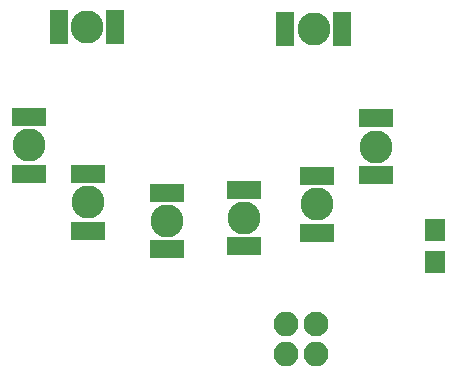
<source format=gbs>
G04 #@! TF.FileFunction,Soldermask,Bot*
%FSLAX46Y46*%
G04 Gerber Fmt 4.6, Leading zero omitted, Abs format (unit mm)*
G04 Created by KiCad (PCBNEW 4.0.7) date 06/27/18 23:59:29*
%MOMM*%
%LPD*%
G01*
G04 APERTURE LIST*
%ADD10C,0.100000*%
%ADD11C,2.800000*%
%ADD12R,1.600000X3.000000*%
%ADD13R,3.000000X1.600000*%
%ADD14R,1.700000X1.900000*%
%ADD15C,2.100000*%
%ADD16O,2.100000X2.100000*%
G04 APERTURE END LIST*
D10*
D11*
X128905000Y-109283500D03*
D12*
X131305000Y-109283500D03*
X126505000Y-109283500D03*
D11*
X148082000Y-109474000D03*
D12*
X145682000Y-109474000D03*
X150482000Y-109474000D03*
D11*
X123952000Y-119316500D03*
D13*
X123952000Y-121716500D03*
X123952000Y-116916500D03*
D11*
X128968500Y-124142500D03*
D13*
X128968500Y-126542500D03*
X128968500Y-121742500D03*
D11*
X135636000Y-125730000D03*
D13*
X135636000Y-128130000D03*
X135636000Y-123330000D03*
D11*
X142176500Y-125476000D03*
D13*
X142176500Y-127876000D03*
X142176500Y-123076000D03*
D11*
X148399500Y-124333000D03*
D13*
X148399500Y-126733000D03*
X148399500Y-121933000D03*
D11*
X153352500Y-119443500D03*
D13*
X153352500Y-121843500D03*
X153352500Y-117043500D03*
D14*
X158369000Y-129239000D03*
X158369000Y-126539000D03*
D15*
X148272500Y-134429500D03*
D16*
X148272500Y-136969500D03*
X145732500Y-134429500D03*
X145732500Y-136969500D03*
M02*

</source>
